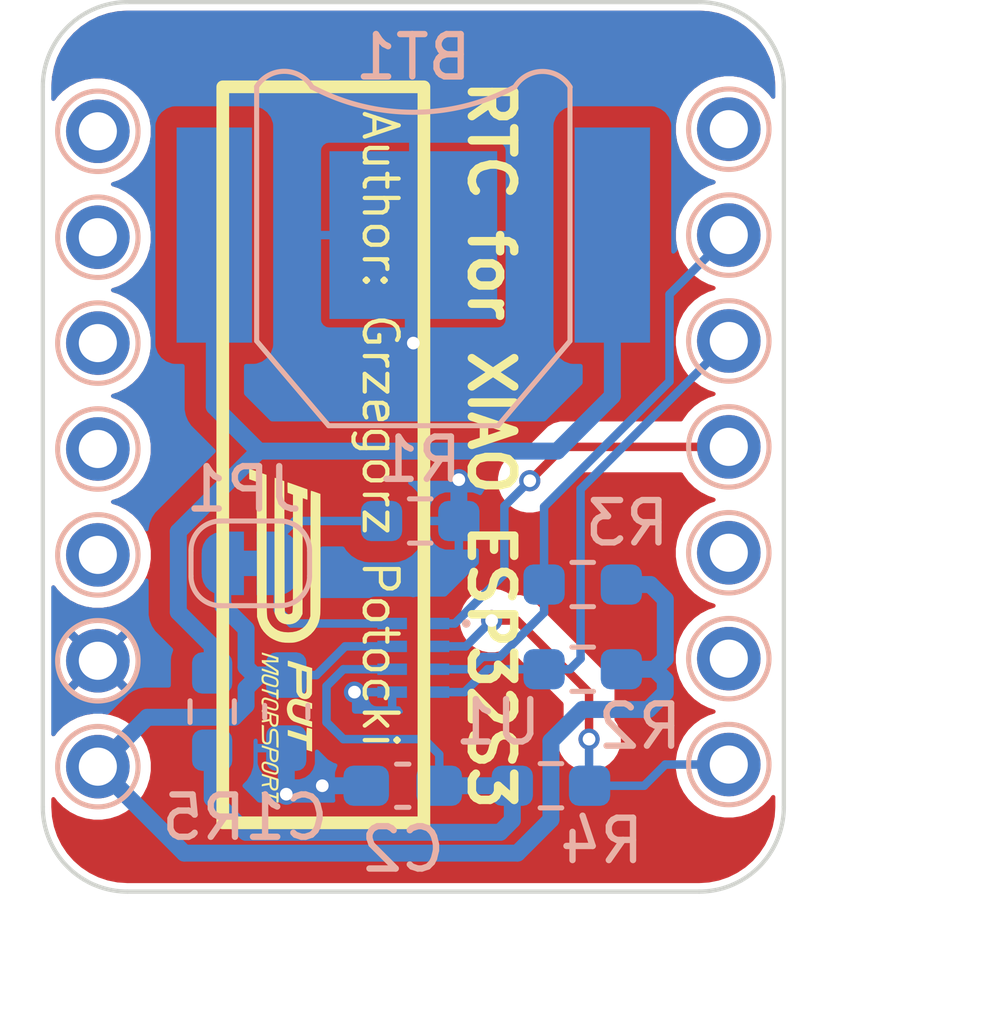
<source format=kicad_pcb>
(kicad_pcb (version 20241229) (generator "pcbnew") (generator_version "9.0")
  (title_block (rev "${REVISION}") (company "Author:") (comment 1 "Reviewer:"))
  (layers (0 "F.Cu" signal "SIG1") (4 "In1.Cu" power "GND1") (6 "In2.Cu" power "GND2") (2 "B.Cu" signal "SIG2") (13 "F.Paste" user) (15 "B.Paste" user) (5 "F.SilkS" user "F.Silkscreen") (7 "B.SilkS" user "B.Silkscreen") (1 "F.Mask" user) (3 "B.Mask" user) (25 "Edge.Cuts" user))
  (property "REVISION" "1.0")
  (net 0 "")
  (net 1 "GND")
  (net 2 "/batt_to_r")
  (net 3 "+5V")
  (net 4 "/VBACKUP")
  (net 5 "SCL")
  (net 6 "SDA")
  (net 7 "CLKOUT")
  (net 8 "NINT")
  (net 9 "/EVI")
  (footprint "TestPoint:TestPoint_THTPad_D1.5mm_Drill0.7mm" (layer "B.Cu") (at 132.2 103 180)
    (property "Reference" "J4" (hide yes))
    (property "Value" "SDA")
    (pad "1" thru_hole circle (at 0 0 180) (size 1.5 1.5) (drill 0.9) (layers "*.Cu" "*.Mask") (net 6 "SDA"))
  )
  (footprint "Resistor_SMD:R_0603_1608Metric_Pad0.98x0.95mm_HandSolder" (layer "B.Cu") (at 128 113.5)
    (property "Reference" "R4" (at 1.2 1.3 0) (layer "B.SilkS") (effects (justify mirror)))
    (property "Value" "2k2")
    (pad "1" smd roundrect (at -0.9125 0) (size 0.975 0.95) (layers "B.Cu" "B.Mask" "B.Paste") (net 4 "/VBACKUP"))
    (pad "2" smd roundrect (at 0.9125 0) (size 0.975 0.95) (layers "B.Cu" "B.Mask" "B.Paste") (net 8 "NINT"))
  )
  (footprint "TestPoint:TestPoint_THTPad_D1.5mm_Drill0.7mm" (layer "B.Cu") (at 132.2 105.5 180)
    (property "Reference" "J5" (hide yes))
    (property "Value" "CLKOUT")
    (pad "1" thru_hole circle (at 0 0 180) (size 1.5 1.5) (drill 0.9) (layers "*.Cu" "*.Mask") (net 7 "CLKOUT"))
  )
  (footprint "TestPoint:TestPoint_THTPad_D1.5mm_Drill0.7mm" (layer "B.Cu") (at 117.3 98.05 180)
    (property "Reference" "J2" (hide yes))
    (property "Value" "GND")
    (pad "1" thru_hole circle (at 0 0 180) (size 1.5 1.5) (drill 0.9) (layers "*.Cu" "*.Mask"))
  )
  (footprint "Capacitor_SMD:C_0603_1608Metric_Pad1.08x0.95mm_HandSolder" (layer "B.Cu") (at 121.75 111.75 90)
    (property "Reference" "C1" (at -2.5 0 180) (layer "B.SilkS") (effects (justify mirror)))
    (property "Value" "100n")
    (pad "1" smd roundrect (at -0.8625 0 90) (size 1.075 0.95) (layers "B.Cu" "B.Mask" "B.Paste") (net 1 "GND"))
    (pad "2" smd roundrect (at 0.8625 0 90) (size 1.075 0.95) (layers "B.Cu" "B.Mask" "B.Paste") (net 3 "+5V"))
  )
  (footprint "TestPoint:TestPoint_THTPad_D1.5mm_Drill0.7mm" (layer "B.Cu") (at 117.3 113.05 180)
    (property "Reference" "J1" (hide yes))
    (property "Value" "+5V")
    (pad "1" thru_hole circle (at 0 0 180) (size 1.5 1.5) (drill 0.9) (layers "*.Cu" "*.Mask") (net 3 "+5V"))
  )
  (footprint "TestPoint:TestPoint_THTPad_D1.5mm_Drill0.7mm" (layer "B.Cu") (at 132.2 108 180)
    (property "Reference" "J2" (hide yes))
    (property "Value" "GND")
    (pad "1" thru_hole circle (at 0 0 180) (size 1.5 1.5) (drill 0.9) (layers "*.Cu" "*.Mask"))
  )
  (footprint "TestPoint:TestPoint_THTPad_D1.5mm_Drill0.7mm" (layer "B.Cu") (at 117.3 100.55 180)
    (property "Reference" "J2" (hide yes))
    (property "Value" "GND")
    (pad "1" thru_hole circle (at 0 0 180) (size 1.5 1.5) (drill 0.9) (layers "*.Cu" "*.Mask"))
  )
  (footprint "Resistor_SMD:R_0603_1608Metric_Pad0.98x0.95mm_HandSolder" (layer "B.Cu") (at 124.9125 107.25)
    (property "Reference" "R1" (at -0.0125 -1.45 180) (layer "B.SilkS") (effects (justify mirror)))
    (property "Value" "10k")
    (pad "1" smd roundrect (at -0.9125 0) (size 0.975 0.95) (layers "B.Cu" "B.Mask" "B.Paste") (net 9 "/EVI"))
    (pad "2" smd roundrect (at 0.9125 0) (size 0.975 0.95) (layers "B.Cu" "B.Mask" "B.Paste") (net 1 "GND"))
  )
  (footprint "Jumper:SolderJumper-2_P1.3mm_Bridged_RoundedPad1.0x1.5mm" (layer "B.Cu") (at 120.9 108.25 180)
    (property "Reference" "JP1" (at 0.15 1.75 0) (layer "B.SilkS") (effects (justify mirror)))
    (property "Value" "Jumper_2_Open")
    (fp_poly (pts (xy 0.25 0.3) (xy -0.25 0.3) (xy -0.25 -0.3) (xy 0.25 -0.3)) (fill yes) (layer "B.Cu"))
    (pad "1" smd custom (at -0.65 0 180) (size 1 0.5) (layers "B.Cu" "B.Mask") (net 9 "/EVI") (options (clearance outline) (anchor rect)) (primitives (gr_circle (center 0 -0.25) (end 0.5 -0.25) (width 0) (fill yes)) (gr_circle (center 0 0.25) (end 0.5 0.25) (width 0) (fill yes)) (gr_poly (pts (xy 0.5 -0.75) (xy 0 -0.75) (xy 0 0.75) (xy 0.5 0.75)) (width 0) (fill yes))))
    (pad "2" smd custom (at 0.65 0 180) (size 1 0.5) (layers "B.Cu" "B.Mask") (net 3 "+5V") (options (clearance outline) (anchor rect)) (primitives (gr_circle (center 0 -0.25) (end 0.5 -0.25) (width 0) (fill yes)) (gr_circle (center 0 0.25) (end 0.5 0.25) (width 0) (fill yes)) (gr_poly (pts (xy 0 -0.75) (xy -0.5 -0.75) (xy -0.5 0.75) (xy 0 0.75)) (width 0) (fill yes))))
  )
  (footprint "TestPoint:TestPoint_THTPad_D1.5mm_Drill0.7mm" (layer "B.Cu") (at 117.3 103.05 180)
    (property "Reference" "J2" (hide yes))
    (property "Value" "GND")
    (pad "1" thru_hole circle (at 0 0 180) (size 1.5 1.5) (drill 0.9) (layers "*.Cu" "*.Mask"))
  )
  (footprint "TestPoint:TestPoint_THTPad_D1.5mm_Drill0.7mm" (layer "B.Cu") (at 117.3 110.55 180)
    (property "Reference" "J2" (hide yes))
    (property "Value" "GND")
    (pad "1" thru_hole circle (at 0 0 180) (size 1.5 1.5) (drill 0.9) (layers "*.Cu" "*.Mask") (net 1 "GND"))
  )
  (footprint "Resistor_SMD:R_0603_1608Metric_Pad0.98x0.95mm_HandSolder" (layer "B.Cu") (at 120 111.75 90)
    (property "Reference" "R5" (at -2.5 -0.2 180) (layer "B.SilkS") (effects (justify mirror)))
    (property "Value" "1k")
    (pad "1" smd roundrect (at -0.9125 0 90) (size 0.975 0.95) (layers "B.Cu" "B.Mask" "B.Paste") (net 4 "/VBACKUP"))
    (pad "2" smd roundrect (at 0.9125 0 90) (size 0.975 0.95) (layers "B.Cu" "B.Mask" "B.Paste") (net 2 "/batt_to_r"))
  )
  (footprint "PUTM_logo:PUTM_logo" (layer "B.Cu") (at 122.5 104.5 90)
    (property "Reference" "REF**")
    (property "Value" "PUTM_logo")
    (fp_text user "Author: Grzegorz Potocki" (at 7 1 270) (layer "F.SilkS") (effects (font (size 0.8 0.8) (thickness 0.1)) (justify left bottom)))
  )
  (footprint "TestPoint:TestPoint_THTPad_D1.5mm_Drill0.7mm" (layer "B.Cu") (at 132.2 98 180)
    (property "Reference" "J2" (hide yes))
    (property "Value" "GND")
    (pad "1" thru_hole circle (at 0 0 180) (size 1.5 1.5) (drill 0.9) (layers "*.Cu" "*.Mask"))
  )
  (footprint "TestPoint:TestPoint_THTPad_D1.5mm_Drill0.7mm" (layer "B.Cu") (at 132.2 100.5 180)
    (property "Reference" "J3" (hide yes))
    (property "Value" "SCL")
    (pad "1" thru_hole circle (at 0 0 180) (size 1.5 1.5) (drill 0.9) (layers "*.Cu" "*.Mask") (net 5 "SCL"))
  )
  (footprint "Resistor_SMD:R_0603_1608Metric_Pad0.98x0.95mm_HandSolder" (layer "B.Cu") (at 128.75 110.75 180)
    (property "Reference" "R2" (at -1.35 -1.35 0) (layer "B.SilkS") (effects (justify mirror)))
    (property "Value" "4k7")
    (pad "1" smd roundrect (at -0.9125 0 180) (size 0.975 0.95) (layers "B.Cu" "B.Mask" "B.Paste") (net 3 "+5V"))
    (pad "2" smd roundrect (at 0.9125 0 180) (size 0.975 0.95) (layers "B.Cu" "B.Mask" "B.Paste") (net 6 "SDA"))
  )
  (footprint "Capacitor_SMD:C_0603_1608Metric_Pad1.08x0.95mm_HandSolder" (layer "B.Cu") (at 124.5 113.5)
    (property "Reference" "C2" (at 0 1.5 0) (layer "B.SilkS") (effects (justify mirror)))
    (property "Value" "100n")
    (pad "1" smd roundrect (at -0.8625 0) (size 1.075 0.95) (layers "B.Cu" "B.Mask" "B.Paste") (net 1 "GND"))
    (pad "2" smd roundrect (at 0.8625 0) (size 1.075 0.95) (layers "B.Cu" "B.Mask" "B.Paste") (net 4 "/VBACKUP"))
  )
  (footprint "TestPoint:TestPoint_THTPad_D1.5mm_Drill0.7mm" (layer "B.Cu") (at 117.3 105.55 180)
    (property "Reference" "J2" (hide yes))
    (property "Value" "GND")
    (pad "1" thru_hole circle (at 0 0 180) (size 1.5 1.5) (drill 0.9) (layers "*.Cu" "*.Mask"))
  )
  (footprint "Xiao RTC:RV3028C832768kHz1PPMTAQC" (layer "B.Cu") (at 124.75 110.48 -90)
    (property "Reference" "U1" (at 1.52 -2 0) (layer "B.SilkS") (effects (justify mirror)))
    (property "Value" "RV-3028-C8" (hide yes))
    (pad "1" smd rect (at -0.81 -0.5 270) (size 0.27 0.7) (layers "B.Cu" "B.Mask" "B.Paste") (net 7 "CLKOUT"))
    (pad "2" smd rect (at -0.27 -0.5 270) (size 0.27 0.7) (layers "B.Cu" "B.Mask" "B.Paste") (net 8 "NINT"))
    (pad "3" smd rect (at 0.27 -0.5 270) (size 0.27 0.7) (layers "B.Cu" "B.Mask" "B.Paste") (net 5 "SCL"))
    (pad "4" smd rect (at 0.81 -0.5 270) (size 0.27 0.7) (layers "B.Cu" "B.Mask" "B.Paste") (net 6 "SDA"))
    (pad "5" smd rect (at 0.81 0.5 270) (size 0.27 0.7) (layers "B.Cu" "B.Mask" "B.Paste") (net 1 "GND"))
    (pad "6" smd rect (at 0.27 0.5 270) (size 0.27 0.7) (layers "B.Cu" "B.Mask" "B.Paste") (net 4 "/VBACKUP"))
    (pad "7" smd rect (at -0.27 0.5 270) (size 0.27 0.7) (layers "B.Cu" "B.Mask" "B.Paste") (net 3 "+5V"))
    (pad "8" smd rect (at -0.81 0.5 270) (size 0.27 0.7) (layers "B.Cu" "B.Mask" "B.Paste") (net 9 "/EVI"))
  )
  (footprint "Resistor_SMD:R_0603_1608Metric_Pad0.98x0.95mm_HandSolder" (layer "B.Cu") (at 128.75 108.75 180)
    (property "Reference" "R3" (at -1.05 1.45 0) (layer "B.SilkS") (effects (justify mirror)))
    (property "Value" "4k7")
    (pad "1" smd roundrect (at -0.9125 0 180) (size 0.975 0.95) (layers "B.Cu" "B.Mask" "B.Paste") (net 3 "+5V"))
    (pad "2" smd roundrect (at 0.9125 0 180) (size 0.975 0.95) (layers "B.Cu" "B.Mask" "B.Paste") (net 5 "SCL"))
  )
  (footprint "Battery:BatteryHolder_Keystone_2998_1x6.8mm" (layer "B.Cu") (at 124.75 100.5 180)
    (property "Reference" "BT1" (at 0 4.2 0) (layer "B.SilkS") (effects (justify mirror)))
    (property "Value" "Battery_Cell")
    (pad "1" smd rect (at -4.7 0 180) (size 1.78 5.08) (layers "B.Cu" "B.Mask" "B.Paste") (net 2 "/batt_to_r"))
    (pad "1" smd rect (at 4.7 0 180) (size 1.78 5.08) (layers "B.Cu" "B.Mask" "B.Paste") (net 2 "/batt_to_r"))
    (pad "2" smd rect (at 0 0 180) (size 3.96 3.96) (layers "B.Cu" "B.Mask" "B.Paste") (net 1 "GND"))
  )
  (footprint "TestPoint:TestPoint_THTPad_D1.5mm_Drill0.7mm" (layer "B.Cu") (at 132.2 110.5 180)
    (property "Reference" "J2" (hide yes))
    (property "Value" "GND")
    (pad "1" thru_hole circle (at 0 0 180) (size 1.5 1.5) (drill 0.9) (layers "*.Cu" "*.Mask"))
  )
  (footprint "TestPoint:TestPoint_THTPad_D1.5mm_Drill0.7mm" (layer "B.Cu") (at 117.3 108.05 180)
    (property "Reference" "J2" (hide yes))
    (property "Value" "GND")
    (pad "1" thru_hole circle (at 0 0 180) (size 1.5 1.5) (drill 0.9) (layers "*.Cu" "*.Mask"))
  )
  (footprint "TestPoint:TestPoint_THTPad_D1.5mm_Drill0.7mm" (layer "B.Cu") (at 132.2 113 180)
    (property "Reference" "J6" (hide yes))
    (property "Value" "NINT")
    (pad "1" thru_hole circle (at 0 0 180) (size 1.5 1.5) (drill 0.9) (layers "*.Cu" "*.Mask") (net 8 "NINT"))
  )
  (gr_arc (start 131.5 95) (mid 132.914214 95.585786) (end 133.5 97) (stroke (width 0.1)) (layer "Edge.Cuts"))
  (gr_line (start 131.5 95) (end 118 95) (stroke (width 0.1)) (layer "Edge.Cuts"))
  (gr_line (start 116 114) (end 116 97) (stroke (width 0.1)) (layer "Edge.Cuts"))
  (gr_line (start 133.5 97) (end 133.5 114) (stroke (width 0.1)) (layer "Edge.Cuts"))
  (gr_arc (start 116 97) (mid 116.585786 95.585786) (end 118 95) (stroke (width 0.1)) (layer "Edge.Cuts"))
  (gr_arc (start 118 116) (mid 116.585786 115.414214) (end 116 114) (stroke (width 0.1)) (layer "Edge.Cuts"))
  (gr_arc (start 133.5 114) (mid 132.914214 115.414214) (end 131.5 116) (stroke (width 0.1)) (layer "Edge.Cuts"))
  (gr_line (start 131.5 116) (end 118 116) (stroke (width 0.1)) (layer "Edge.Cuts"))
  (gr_text "RTC for XIAO ESP32S3" (at 126 96.75 270) (layer "F.SilkS") (effects (font (size 1 1) (thickness 0.2) (bold yes)) (justify left bottom)))
  (via (at 123.36 111.29) (size 0.5) (drill 0.3) (layers "F.Cu" "B.Cu") (net 1))
  (via (at 124.75 103.05) (size 0.5) (drill 0.3) (layers "F.Cu" "B.Cu") (net 1))
  (via (at 121.75 113.7) (size 0.5) (drill 0.3) (layers "F.Cu" "B.Cu") (net 1))
  (via (at 125.825 106.275) (size 0.5) (drill 0.3) (layers "F.Cu" "B.Cu") (net 1))
  (via (at 122.6 113.5) (size 0.5) (drill 0.3) (layers "F.Cu" "B.Cu") (net 1))
  (segment (start 125.825 106.275) (end 125.825 107.25) (width 0.4) (layer "B.Cu") (net 1))
  (segment (start 121.75 112.6125) (end 121.75 113.7) (width 0.4) (layer "B.Cu") (net 1))
  (segment (start 124.75 100.5) (end 124.75 103.05) (width 0.4) (layer "B.Cu") (net 1))
  (segment (start 123.36 111.29) (end 124.25 111.29) (width 0.2) (layer "B.Cu") (net 1))
  (segment (start 123.6375 113.5) (end 122.6 113.5) (width 0.4) (layer "B.Cu") (net 1))
  (segment (start 119.2 107.5) (end 121.1 105.6) (width 0.4) (layer "B.Cu") (net 2))
  (segment (start 120 110.8375) (end 120 110.2) (width 0.4) (layer "B.Cu") (net 2))
  (segment (start 120.05 104.55) (end 120.05 100.5) (width 0.4) (layer "B.Cu") (net 2))
  (segment (start 121.1 105.6) (end 128.15 105.6) (width 0.4) (layer "B.Cu") (net 2))
  (segment (start 128.15 105.6) (end 129.45 104.3) (width 0.4) (layer "B.Cu") (net 2))
  (segment (start 129.45 104.3) (end 129.45 100.5) (width 0.4) (layer "B.Cu") (net 2))
  (segment (start 120 110.2) (end 119.2 109.4) (width 0.4) (layer "B.Cu") (net 2))
  (segment (start 119.2 109.4) (end 119.2 107.5) (width 0.4) (layer "B.Cu") (net 2))
  (segment (start 121.1 105.6) (end 120.05 104.55) (width 0.4) (layer "B.Cu") (net 2))
  (segment (start 122.4625 110.8875) (end 121.75 110.8875) (width 0.2) (layer "B.Cu") (net 3))
  (segment (start 127.209 115.091) (end 128 114.3) (width 0.4) (layer "B.Cu") (net 3))
  (segment (start 130.7 111) (end 130.45 110.75) (width 0.4) (layer "B.Cu") (net 3))
  (segment (start 120.516 111.884) (end 120.8 111.6) (width 0.4) (layer "B.Cu") (net 3))
  (segment (start 128 114.3) (end 128 112.4444) (width 0.4) (layer "B.Cu") (net 3))
  (segment (start 129.6625 108.75) (end 130.35 108.75) (width 0.4) (layer "B.Cu") (net 3))
  (segment (start 118.466 111.884) (end 120.516 111.884) (width 0.4) (layer "B.Cu") (net 3))
  (segment (start 117.3 113.05) (end 118.466 111.884) (width 0.4) (layer "B.Cu") (net 3))
  (segment (start 120.8 111.6) (end 120.8 111.2) (width 0.4) (layer "B.Cu") (net 3))
  (segment (start 130.45 110.75) (end 129.6625 110.75) (width 0.4) (layer "B.Cu") (net 3))
  (segment (start 130.3 111.7) (end 130.7 111.3) (width 0.4) (layer "B.Cu") (net 3))
  (segment (start 120.8 111.2) (end 121.1125 110.8875) (width 0.4) (layer "B.Cu") (net 3))
  (segment (start 130.35 108.75) (end 130.7 109.1) (width 0.4) (layer "B.Cu") (net 3))
  (segment (start 124.25 110.21) (end 123.14 110.21) (width 0.2) (layer "B.Cu") (net 3))
  (segment (start 121.75 110.8875) (end 120.9875 110.8875) (width 0.4) (layer "B.Cu") (net 3))
  (segment (start 120.8 109.8) (end 120.25 109.25) (width 0.4) (layer "B.Cu") (net 3))
  (segment (start 130.7 110.5) (end 130.45 110.75) (width 0.4) (layer "B.Cu") (net 3))
  (segment (start 120.25 109.25) (end 120.25 108.25) (width 0.4) (layer "B.Cu") (net 3))
  (segment (start 130.7 109.1) (end 130.7 110.5) (width 0.4) (layer "B.Cu") (net 3))
  (segment (start 128.7444 111.7) (end 130.3 111.7) (width 0.4) (layer "B.Cu") (net 3))
  (segment (start 120.9875 110.8875) (end 120.8 110.7) (width 0.4) (layer "B.Cu") (net 3))
  (segment (start 117.3 113.05) (end 119.341 115.091) (width 0.4) (layer "B.Cu") (net 3))
  (segment (start 120.8 110.7) (end 120.8 109.8) (width 0.4) (layer "B.Cu") (net 3))
  (segment (start 123.14 110.21) (end 122.4625 110.8875) (width 0.2) (layer "B.Cu") (net 3))
  (segment (start 130.7 111.3) (end 130.7 111) (width 0.4) (layer "B.Cu") (net 3))
  (segment (start 119.341 115.091) (end 127.209 115.091) (width 0.4) (layer "B.Cu") (net 3))
  (segment (start 121.1125 110.8875) (end 121.75 110.8875) (width 0.4) (layer "B.Cu") (net 3))
  (segment (start 128 112.4444) (end 128.7444 111.7) (width 0.4) (layer "B.Cu") (net 3))
  (segment (start 122.7 112) (end 123.1 112.4) (width 0.2) (layer "B.Cu") (net 4))
  (segment (start 123.1 110.75) (end 122.7 111.15) (width 0.2) (layer "B.Cu") (net 4))
  (segment (start 127.0875 114.3125) (end 126.8 114.6) (width 0.4) (layer "B.Cu") (net 4))
  (segment (start 125.3625 112.7625) (end 125.3625 113.5) (width 0.2) (layer "B.Cu") (net 4))
  (segment (start 122.7 111.15) (end 122.7 112) (width 0.2) (layer "B.Cu") (net 4))
  (segment (start 120 113.8) (end 120 112.6625) (width 0.4) (layer "B.Cu") (net 4))
  (segment (start 126.8 114.6) (end 120.8 114.6) (width 0.4) (layer "B.Cu") (net 4))
  (segment (start 120.8 114.6) (end 120 113.8) (width 0.4) (layer "B.Cu") (net 4))
  (segment (start 127.0875 113.5) (end 125.3625 113.5) (width 0.4) (layer "B.Cu") (net 4))
  (segment (start 127.0875 113.5) (end 127.0875 114.3125) (width 0.4) (layer "B.Cu") (net 4))
  (segment (start 123.1 112.4) (end 125 112.4) (width 0.2) (layer "B.Cu") (net 4))
  (segment (start 124.25 110.75) (end 123.1 110.75) (width 0.2) (layer "B.Cu") (net 4))
  (segment (start 125 112.4) (end 125.3625 112.7625) (width 0.2) (layer "B.Cu") (net 4))
  (segment (start 130.8 103.952958) (end 130.8 101.9) (width 0.2) (layer "B.Cu") (net 5))
  (segment (start 126.379464 110.459) (end 126.791 110.459) (width 0.2) (layer "B.Cu") (net 5))
  (segment (start 127.8375 108.75) (end 127.8375 106.915458) (width 0.2) (layer "B.Cu") (net 5))
  (segment (start 127.8375 106.915458) (end 130.8 103.952958) (width 0.2) (layer "B.Cu") (net 5))
  (segment (start 125.25 110.75) (end 126.088464 110.75) (width 0.2) (layer "B.Cu") (net 5))
  (segment (start 126.088464 110.75) (end 126.379464 110.459) (width 0.2) (layer "B.Cu") (net 5))
  (segment (start 126.791 110.459) (end 127.8375 109.4125) (width 0.2) (layer "B.Cu") (net 5))
  (segment (start 127.8375 109.4125) (end 127.8375 108.75) (width 0.2) (layer "B.Cu") (net 5))
  (segment (start 130.8 101.9) (end 132.2 100.5) (width 0.2) (layer "B.Cu") (net 5))
  (segment (start 125.25 111.29) (end 125.96 111.29) (width 0.2) (layer "B.Cu") (net 6))
  (segment (start 128.7 110.5) (end 128.7 106.5) (width 0.2) (layer "B.Cu") (net 6))
  (segment (start 126.5 110.75) (end 127.8375 110.75) (width 0.2) (layer "B.Cu") (net 6))
  (segment (start 125.96 111.29) (end 126.5 110.75) (width 0.2) (layer "B.Cu") (net 6))
  (segment (start 128.7 106.5) (end 132.2 103) (width 0.2) (layer "B.Cu") (net 6))
  (segment (start 127.8375 110.75) (end 128.45 110.75) (width 0.2) (layer "B.Cu") (net 6))
  (segment (start 128.45 110.75) (end 128.7 110.5) (width 0.2) (layer "B.Cu") (net 6))
  (segment (start 128.3 105.5) (end 132.2 105.5) (width 0.2) (layer "F.Cu") (net 7))
  (segment (start 127.5 106.3) (end 128.3 105.5) (width 0.2) (layer "F.Cu") (net 7))
  (via (at 127.5 106.3) (size 0.5) (drill 0.3) (layers "F.Cu" "B.Cu") (net 7))
  (segment (start 126.9 107.6) (end 126.9 106.9) (width 0.2) (layer "B.Cu") (net 7))
  (segment (start 126.9 106.9) (end 127.5 106.3) (width 0.2) (layer "B.Cu") (net 7))
  (segment (start 126.3 109.1) (end 126.9 108.5) (width 0.2) (layer "B.Cu") (net 7))
  (segment (start 126.9 108.5) (end 126.9 107.6) (width 0.2) (layer "B.Cu") (net 7))
  (segment (start 125.25 109.67) (end 125.73 109.67) (width 0.2) (layer "B.Cu") (net 7))
  (segment (start 125.73 109.67) (end 126.3 109.1) (width 0.2) (layer "B.Cu") (net 7))
  (segment (start 127.2 109.6) (end 126.6 109.6) (width 0.2) (layer "F.Cu") (net 8))
  (segment (start 128.9 111.3) (end 127.2 109.6) (width 0.2) (layer "F.Cu") (net 8))
  (segment (start 128.9 112.4) (end 128.9 111.3) (width 0.2) (layer "F.Cu") (net 8))
  (via (at 126.6 109.6) (size 0.5) (drill 0.3) (layers "F.Cu" "B.Cu") (net 8))
  (via (at 128.9 112.4) (size 0.5) (drill 0.3) (layers "F.Cu" "B.Cu") (net 8))
  (segment (start 125.25 110.21) (end 125.99 110.21) (width 0.2) (layer "B.Cu") (net 8))
  (segment (start 128.9 112.4) (end 128.9 113.4875) (width 0.2) (layer "B.Cu") (net 8))
  (segment (start 128.9125 113.5) (end 130.2 113.5) (width 0.2) (layer "B.Cu") (net 8))
  (segment (start 125.99 110.21) (end 126.6 109.6) (width 0.2) (layer "B.Cu") (net 8))
  (segment (start 130.7 113) (end 132.2 113) (width 0.2) (layer "B.Cu") (net 8))
  (segment (start 128.9 113.4875) (end 128.9125 113.5) (width 0.2) (layer "B.Cu") (net 8))
  (segment (start 130.2 113.5) (end 130.7 113) (width 0.2) (layer "B.Cu") (net 8))
  (segment (start 121.55 109.35) (end 121.55 108.25) (width 0.2) (layer "B.Cu") (net 9))
  (segment (start 121.87 109.67) (end 121.55 109.35) (width 0.2) (layer "B.Cu") (net 9))
  (segment (start 124.25 109.67) (end 121.87 109.67) (width 0.2) (layer "B.Cu") (net 9))
  (segment (start 121.55 107.65) (end 121.95 107.25) (width 0.2) (layer "B.Cu") (net 9))
  (segment (start 121.55 108.25) (end 121.55 107.65) (width 0.2) (layer "B.Cu") (net 9))
  (segment (start 124 107.25) (end 121.95 107.25) (width 0.2) (layer "B.Cu") (net 9))
  (zone (net 1) (net_name "GND") (layers "F.Cu" "B.Cu" "In1.Cu" "In2.Cu") (connect_pads (clearance 0.5)) (min_thickness 0.1) (fill yes (thermal_gap 0.2) (thermal_bridge_width 0.2) (island_removal_mode 2) (island_area_min 10))
    (polygon (pts (xy 116 95) (xy 116 116) (xy 133.5 116) (xy 133.5 95)))
  )
)
</source>
